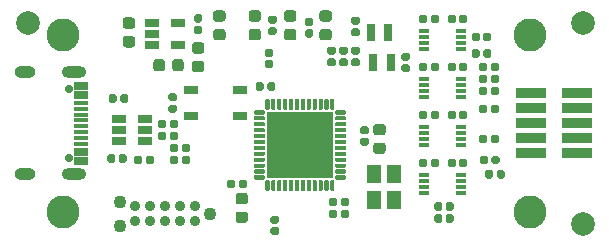
<source format=gbr>
%TF.GenerationSoftware,KiCad,Pcbnew,(5.1.6-rc1)*%
%TF.CreationDate,2020-08-04T22:03:53+02:00*%
%TF.ProjectId,bmp22,626d7032-322e-46b6-9963-61645f706362,rev?*%
%TF.SameCoordinates,Original*%
%TF.FileFunction,Soldermask,Top*%
%TF.FilePolarity,Negative*%
%FSLAX46Y46*%
G04 Gerber Fmt 4.6, Leading zero omitted, Abs format (unit mm)*
G04 Created by KiCad (PCBNEW (5.1.6-rc1)) date 2020-08-04 22:03:53*
%MOMM*%
%LPD*%
G01*
G04 APERTURE LIST*
%ADD10C,2.800000*%
%ADD11C,2.000000*%
%ADD12R,1.150000X0.750000*%
%ADD13R,1.300000X1.500000*%
%ADD14R,5.700000X5.700000*%
%ADD15R,1.160000X0.750000*%
%ADD16R,0.850000X0.350000*%
%ADD17R,0.800000X0.500000*%
%ADD18C,0.887400*%
%ADD19C,1.090600*%
%ADD20R,1.260000X0.700000*%
%ADD21C,0.700000*%
%ADD22R,1.260000X0.400000*%
%ADD23O,1.800000X1.000000*%
%ADD24O,2.100000X1.000000*%
%ADD25R,2.500000X0.840000*%
G04 APERTURE END LIST*
D10*
%TO.C,H4*%
X164000000Y-122500000D03*
%TD*%
%TO.C,H3*%
X164000000Y-137500000D03*
%TD*%
%TO.C,H2*%
X124500000Y-122500000D03*
%TD*%
%TO.C,H1*%
X124500000Y-137500000D03*
%TD*%
D11*
%TO.C,FID3*%
X168500000Y-121500000D03*
%TD*%
%TO.C,FID2*%
X168500000Y-138500000D03*
%TD*%
%TO.C,FID1*%
X121500000Y-121500000D03*
%TD*%
D12*
%TO.C,SW301*%
X135339000Y-127195000D03*
X139489000Y-127195000D03*
X135339000Y-129345000D03*
X139489000Y-129345000D03*
%TD*%
D13*
%TO.C,Y301*%
X150788000Y-136482000D03*
X150788000Y-134282000D03*
X152488000Y-134282000D03*
X152488000Y-136482000D03*
%TD*%
D14*
%TO.C,U302*%
X144526000Y-131826000D03*
G36*
G01*
X147451000Y-134863500D02*
X147451000Y-135663500D01*
G75*
G02*
X147363500Y-135751000I-87500J0D01*
G01*
X147188500Y-135751000D01*
G75*
G02*
X147101000Y-135663500I0J87500D01*
G01*
X147101000Y-134863500D01*
G75*
G02*
X147188500Y-134776000I87500J0D01*
G01*
X147363500Y-134776000D01*
G75*
G02*
X147451000Y-134863500I0J-87500D01*
G01*
G37*
G36*
G01*
X146951000Y-134863500D02*
X146951000Y-135663500D01*
G75*
G02*
X146863500Y-135751000I-87500J0D01*
G01*
X146688500Y-135751000D01*
G75*
G02*
X146601000Y-135663500I0J87500D01*
G01*
X146601000Y-134863500D01*
G75*
G02*
X146688500Y-134776000I87500J0D01*
G01*
X146863500Y-134776000D01*
G75*
G02*
X146951000Y-134863500I0J-87500D01*
G01*
G37*
G36*
G01*
X146451000Y-134863500D02*
X146451000Y-135663500D01*
G75*
G02*
X146363500Y-135751000I-87500J0D01*
G01*
X146188500Y-135751000D01*
G75*
G02*
X146101000Y-135663500I0J87500D01*
G01*
X146101000Y-134863500D01*
G75*
G02*
X146188500Y-134776000I87500J0D01*
G01*
X146363500Y-134776000D01*
G75*
G02*
X146451000Y-134863500I0J-87500D01*
G01*
G37*
G36*
G01*
X145951000Y-134863500D02*
X145951000Y-135663500D01*
G75*
G02*
X145863500Y-135751000I-87500J0D01*
G01*
X145688500Y-135751000D01*
G75*
G02*
X145601000Y-135663500I0J87500D01*
G01*
X145601000Y-134863500D01*
G75*
G02*
X145688500Y-134776000I87500J0D01*
G01*
X145863500Y-134776000D01*
G75*
G02*
X145951000Y-134863500I0J-87500D01*
G01*
G37*
G36*
G01*
X145451000Y-134863500D02*
X145451000Y-135663500D01*
G75*
G02*
X145363500Y-135751000I-87500J0D01*
G01*
X145188500Y-135751000D01*
G75*
G02*
X145101000Y-135663500I0J87500D01*
G01*
X145101000Y-134863500D01*
G75*
G02*
X145188500Y-134776000I87500J0D01*
G01*
X145363500Y-134776000D01*
G75*
G02*
X145451000Y-134863500I0J-87500D01*
G01*
G37*
G36*
G01*
X144951000Y-134863500D02*
X144951000Y-135663500D01*
G75*
G02*
X144863500Y-135751000I-87500J0D01*
G01*
X144688500Y-135751000D01*
G75*
G02*
X144601000Y-135663500I0J87500D01*
G01*
X144601000Y-134863500D01*
G75*
G02*
X144688500Y-134776000I87500J0D01*
G01*
X144863500Y-134776000D01*
G75*
G02*
X144951000Y-134863500I0J-87500D01*
G01*
G37*
G36*
G01*
X144451000Y-134863500D02*
X144451000Y-135663500D01*
G75*
G02*
X144363500Y-135751000I-87500J0D01*
G01*
X144188500Y-135751000D01*
G75*
G02*
X144101000Y-135663500I0J87500D01*
G01*
X144101000Y-134863500D01*
G75*
G02*
X144188500Y-134776000I87500J0D01*
G01*
X144363500Y-134776000D01*
G75*
G02*
X144451000Y-134863500I0J-87500D01*
G01*
G37*
G36*
G01*
X143951000Y-134863500D02*
X143951000Y-135663500D01*
G75*
G02*
X143863500Y-135751000I-87500J0D01*
G01*
X143688500Y-135751000D01*
G75*
G02*
X143601000Y-135663500I0J87500D01*
G01*
X143601000Y-134863500D01*
G75*
G02*
X143688500Y-134776000I87500J0D01*
G01*
X143863500Y-134776000D01*
G75*
G02*
X143951000Y-134863500I0J-87500D01*
G01*
G37*
G36*
G01*
X143451000Y-134863500D02*
X143451000Y-135663500D01*
G75*
G02*
X143363500Y-135751000I-87500J0D01*
G01*
X143188500Y-135751000D01*
G75*
G02*
X143101000Y-135663500I0J87500D01*
G01*
X143101000Y-134863500D01*
G75*
G02*
X143188500Y-134776000I87500J0D01*
G01*
X143363500Y-134776000D01*
G75*
G02*
X143451000Y-134863500I0J-87500D01*
G01*
G37*
G36*
G01*
X142951000Y-134863500D02*
X142951000Y-135663500D01*
G75*
G02*
X142863500Y-135751000I-87500J0D01*
G01*
X142688500Y-135751000D01*
G75*
G02*
X142601000Y-135663500I0J87500D01*
G01*
X142601000Y-134863500D01*
G75*
G02*
X142688500Y-134776000I87500J0D01*
G01*
X142863500Y-134776000D01*
G75*
G02*
X142951000Y-134863500I0J-87500D01*
G01*
G37*
G36*
G01*
X142451000Y-134863500D02*
X142451000Y-135663500D01*
G75*
G02*
X142363500Y-135751000I-87500J0D01*
G01*
X142188500Y-135751000D01*
G75*
G02*
X142101000Y-135663500I0J87500D01*
G01*
X142101000Y-134863500D01*
G75*
G02*
X142188500Y-134776000I87500J0D01*
G01*
X142363500Y-134776000D01*
G75*
G02*
X142451000Y-134863500I0J-87500D01*
G01*
G37*
G36*
G01*
X141951000Y-134863500D02*
X141951000Y-135663500D01*
G75*
G02*
X141863500Y-135751000I-87500J0D01*
G01*
X141688500Y-135751000D01*
G75*
G02*
X141601000Y-135663500I0J87500D01*
G01*
X141601000Y-134863500D01*
G75*
G02*
X141688500Y-134776000I87500J0D01*
G01*
X141863500Y-134776000D01*
G75*
G02*
X141951000Y-134863500I0J-87500D01*
G01*
G37*
G36*
G01*
X141576000Y-134488500D02*
X141576000Y-134663500D01*
G75*
G02*
X141488500Y-134751000I-87500J0D01*
G01*
X140688500Y-134751000D01*
G75*
G02*
X140601000Y-134663500I0J87500D01*
G01*
X140601000Y-134488500D01*
G75*
G02*
X140688500Y-134401000I87500J0D01*
G01*
X141488500Y-134401000D01*
G75*
G02*
X141576000Y-134488500I0J-87500D01*
G01*
G37*
G36*
G01*
X141576000Y-133988500D02*
X141576000Y-134163500D01*
G75*
G02*
X141488500Y-134251000I-87500J0D01*
G01*
X140688500Y-134251000D01*
G75*
G02*
X140601000Y-134163500I0J87500D01*
G01*
X140601000Y-133988500D01*
G75*
G02*
X140688500Y-133901000I87500J0D01*
G01*
X141488500Y-133901000D01*
G75*
G02*
X141576000Y-133988500I0J-87500D01*
G01*
G37*
G36*
G01*
X141576000Y-133488500D02*
X141576000Y-133663500D01*
G75*
G02*
X141488500Y-133751000I-87500J0D01*
G01*
X140688500Y-133751000D01*
G75*
G02*
X140601000Y-133663500I0J87500D01*
G01*
X140601000Y-133488500D01*
G75*
G02*
X140688500Y-133401000I87500J0D01*
G01*
X141488500Y-133401000D01*
G75*
G02*
X141576000Y-133488500I0J-87500D01*
G01*
G37*
G36*
G01*
X141576000Y-132988500D02*
X141576000Y-133163500D01*
G75*
G02*
X141488500Y-133251000I-87500J0D01*
G01*
X140688500Y-133251000D01*
G75*
G02*
X140601000Y-133163500I0J87500D01*
G01*
X140601000Y-132988500D01*
G75*
G02*
X140688500Y-132901000I87500J0D01*
G01*
X141488500Y-132901000D01*
G75*
G02*
X141576000Y-132988500I0J-87500D01*
G01*
G37*
G36*
G01*
X141576000Y-132488500D02*
X141576000Y-132663500D01*
G75*
G02*
X141488500Y-132751000I-87500J0D01*
G01*
X140688500Y-132751000D01*
G75*
G02*
X140601000Y-132663500I0J87500D01*
G01*
X140601000Y-132488500D01*
G75*
G02*
X140688500Y-132401000I87500J0D01*
G01*
X141488500Y-132401000D01*
G75*
G02*
X141576000Y-132488500I0J-87500D01*
G01*
G37*
G36*
G01*
X141576000Y-131988500D02*
X141576000Y-132163500D01*
G75*
G02*
X141488500Y-132251000I-87500J0D01*
G01*
X140688500Y-132251000D01*
G75*
G02*
X140601000Y-132163500I0J87500D01*
G01*
X140601000Y-131988500D01*
G75*
G02*
X140688500Y-131901000I87500J0D01*
G01*
X141488500Y-131901000D01*
G75*
G02*
X141576000Y-131988500I0J-87500D01*
G01*
G37*
G36*
G01*
X141576000Y-131488500D02*
X141576000Y-131663500D01*
G75*
G02*
X141488500Y-131751000I-87500J0D01*
G01*
X140688500Y-131751000D01*
G75*
G02*
X140601000Y-131663500I0J87500D01*
G01*
X140601000Y-131488500D01*
G75*
G02*
X140688500Y-131401000I87500J0D01*
G01*
X141488500Y-131401000D01*
G75*
G02*
X141576000Y-131488500I0J-87500D01*
G01*
G37*
G36*
G01*
X141576000Y-130988500D02*
X141576000Y-131163500D01*
G75*
G02*
X141488500Y-131251000I-87500J0D01*
G01*
X140688500Y-131251000D01*
G75*
G02*
X140601000Y-131163500I0J87500D01*
G01*
X140601000Y-130988500D01*
G75*
G02*
X140688500Y-130901000I87500J0D01*
G01*
X141488500Y-130901000D01*
G75*
G02*
X141576000Y-130988500I0J-87500D01*
G01*
G37*
G36*
G01*
X141576000Y-130488500D02*
X141576000Y-130663500D01*
G75*
G02*
X141488500Y-130751000I-87500J0D01*
G01*
X140688500Y-130751000D01*
G75*
G02*
X140601000Y-130663500I0J87500D01*
G01*
X140601000Y-130488500D01*
G75*
G02*
X140688500Y-130401000I87500J0D01*
G01*
X141488500Y-130401000D01*
G75*
G02*
X141576000Y-130488500I0J-87500D01*
G01*
G37*
G36*
G01*
X141576000Y-129988500D02*
X141576000Y-130163500D01*
G75*
G02*
X141488500Y-130251000I-87500J0D01*
G01*
X140688500Y-130251000D01*
G75*
G02*
X140601000Y-130163500I0J87500D01*
G01*
X140601000Y-129988500D01*
G75*
G02*
X140688500Y-129901000I87500J0D01*
G01*
X141488500Y-129901000D01*
G75*
G02*
X141576000Y-129988500I0J-87500D01*
G01*
G37*
G36*
G01*
X141576000Y-129488500D02*
X141576000Y-129663500D01*
G75*
G02*
X141488500Y-129751000I-87500J0D01*
G01*
X140688500Y-129751000D01*
G75*
G02*
X140601000Y-129663500I0J87500D01*
G01*
X140601000Y-129488500D01*
G75*
G02*
X140688500Y-129401000I87500J0D01*
G01*
X141488500Y-129401000D01*
G75*
G02*
X141576000Y-129488500I0J-87500D01*
G01*
G37*
G36*
G01*
X141576000Y-128988500D02*
X141576000Y-129163500D01*
G75*
G02*
X141488500Y-129251000I-87500J0D01*
G01*
X140688500Y-129251000D01*
G75*
G02*
X140601000Y-129163500I0J87500D01*
G01*
X140601000Y-128988500D01*
G75*
G02*
X140688500Y-128901000I87500J0D01*
G01*
X141488500Y-128901000D01*
G75*
G02*
X141576000Y-128988500I0J-87500D01*
G01*
G37*
G36*
G01*
X141951000Y-127988500D02*
X141951000Y-128788500D01*
G75*
G02*
X141863500Y-128876000I-87500J0D01*
G01*
X141688500Y-128876000D01*
G75*
G02*
X141601000Y-128788500I0J87500D01*
G01*
X141601000Y-127988500D01*
G75*
G02*
X141688500Y-127901000I87500J0D01*
G01*
X141863500Y-127901000D01*
G75*
G02*
X141951000Y-127988500I0J-87500D01*
G01*
G37*
G36*
G01*
X142451000Y-127988500D02*
X142451000Y-128788500D01*
G75*
G02*
X142363500Y-128876000I-87500J0D01*
G01*
X142188500Y-128876000D01*
G75*
G02*
X142101000Y-128788500I0J87500D01*
G01*
X142101000Y-127988500D01*
G75*
G02*
X142188500Y-127901000I87500J0D01*
G01*
X142363500Y-127901000D01*
G75*
G02*
X142451000Y-127988500I0J-87500D01*
G01*
G37*
G36*
G01*
X142951000Y-127988500D02*
X142951000Y-128788500D01*
G75*
G02*
X142863500Y-128876000I-87500J0D01*
G01*
X142688500Y-128876000D01*
G75*
G02*
X142601000Y-128788500I0J87500D01*
G01*
X142601000Y-127988500D01*
G75*
G02*
X142688500Y-127901000I87500J0D01*
G01*
X142863500Y-127901000D01*
G75*
G02*
X142951000Y-127988500I0J-87500D01*
G01*
G37*
G36*
G01*
X143451000Y-127988500D02*
X143451000Y-128788500D01*
G75*
G02*
X143363500Y-128876000I-87500J0D01*
G01*
X143188500Y-128876000D01*
G75*
G02*
X143101000Y-128788500I0J87500D01*
G01*
X143101000Y-127988500D01*
G75*
G02*
X143188500Y-127901000I87500J0D01*
G01*
X143363500Y-127901000D01*
G75*
G02*
X143451000Y-127988500I0J-87500D01*
G01*
G37*
G36*
G01*
X143951000Y-127988500D02*
X143951000Y-128788500D01*
G75*
G02*
X143863500Y-128876000I-87500J0D01*
G01*
X143688500Y-128876000D01*
G75*
G02*
X143601000Y-128788500I0J87500D01*
G01*
X143601000Y-127988500D01*
G75*
G02*
X143688500Y-127901000I87500J0D01*
G01*
X143863500Y-127901000D01*
G75*
G02*
X143951000Y-127988500I0J-87500D01*
G01*
G37*
G36*
G01*
X144451000Y-127988500D02*
X144451000Y-128788500D01*
G75*
G02*
X144363500Y-128876000I-87500J0D01*
G01*
X144188500Y-128876000D01*
G75*
G02*
X144101000Y-128788500I0J87500D01*
G01*
X144101000Y-127988500D01*
G75*
G02*
X144188500Y-127901000I87500J0D01*
G01*
X144363500Y-127901000D01*
G75*
G02*
X144451000Y-127988500I0J-87500D01*
G01*
G37*
G36*
G01*
X144951000Y-127988500D02*
X144951000Y-128788500D01*
G75*
G02*
X144863500Y-128876000I-87500J0D01*
G01*
X144688500Y-128876000D01*
G75*
G02*
X144601000Y-128788500I0J87500D01*
G01*
X144601000Y-127988500D01*
G75*
G02*
X144688500Y-127901000I87500J0D01*
G01*
X144863500Y-127901000D01*
G75*
G02*
X144951000Y-127988500I0J-87500D01*
G01*
G37*
G36*
G01*
X145451000Y-127988500D02*
X145451000Y-128788500D01*
G75*
G02*
X145363500Y-128876000I-87500J0D01*
G01*
X145188500Y-128876000D01*
G75*
G02*
X145101000Y-128788500I0J87500D01*
G01*
X145101000Y-127988500D01*
G75*
G02*
X145188500Y-127901000I87500J0D01*
G01*
X145363500Y-127901000D01*
G75*
G02*
X145451000Y-127988500I0J-87500D01*
G01*
G37*
G36*
G01*
X145951000Y-127988500D02*
X145951000Y-128788500D01*
G75*
G02*
X145863500Y-128876000I-87500J0D01*
G01*
X145688500Y-128876000D01*
G75*
G02*
X145601000Y-128788500I0J87500D01*
G01*
X145601000Y-127988500D01*
G75*
G02*
X145688500Y-127901000I87500J0D01*
G01*
X145863500Y-127901000D01*
G75*
G02*
X145951000Y-127988500I0J-87500D01*
G01*
G37*
G36*
G01*
X146451000Y-127988500D02*
X146451000Y-128788500D01*
G75*
G02*
X146363500Y-128876000I-87500J0D01*
G01*
X146188500Y-128876000D01*
G75*
G02*
X146101000Y-128788500I0J87500D01*
G01*
X146101000Y-127988500D01*
G75*
G02*
X146188500Y-127901000I87500J0D01*
G01*
X146363500Y-127901000D01*
G75*
G02*
X146451000Y-127988500I0J-87500D01*
G01*
G37*
G36*
G01*
X146951000Y-127988500D02*
X146951000Y-128788500D01*
G75*
G02*
X146863500Y-128876000I-87500J0D01*
G01*
X146688500Y-128876000D01*
G75*
G02*
X146601000Y-128788500I0J87500D01*
G01*
X146601000Y-127988500D01*
G75*
G02*
X146688500Y-127901000I87500J0D01*
G01*
X146863500Y-127901000D01*
G75*
G02*
X146951000Y-127988500I0J-87500D01*
G01*
G37*
G36*
G01*
X147451000Y-127988500D02*
X147451000Y-128788500D01*
G75*
G02*
X147363500Y-128876000I-87500J0D01*
G01*
X147188500Y-128876000D01*
G75*
G02*
X147101000Y-128788500I0J87500D01*
G01*
X147101000Y-127988500D01*
G75*
G02*
X147188500Y-127901000I87500J0D01*
G01*
X147363500Y-127901000D01*
G75*
G02*
X147451000Y-127988500I0J-87500D01*
G01*
G37*
G36*
G01*
X148451000Y-128988500D02*
X148451000Y-129163500D01*
G75*
G02*
X148363500Y-129251000I-87500J0D01*
G01*
X147563500Y-129251000D01*
G75*
G02*
X147476000Y-129163500I0J87500D01*
G01*
X147476000Y-128988500D01*
G75*
G02*
X147563500Y-128901000I87500J0D01*
G01*
X148363500Y-128901000D01*
G75*
G02*
X148451000Y-128988500I0J-87500D01*
G01*
G37*
G36*
G01*
X148451000Y-129488500D02*
X148451000Y-129663500D01*
G75*
G02*
X148363500Y-129751000I-87500J0D01*
G01*
X147563500Y-129751000D01*
G75*
G02*
X147476000Y-129663500I0J87500D01*
G01*
X147476000Y-129488500D01*
G75*
G02*
X147563500Y-129401000I87500J0D01*
G01*
X148363500Y-129401000D01*
G75*
G02*
X148451000Y-129488500I0J-87500D01*
G01*
G37*
G36*
G01*
X148451000Y-129988500D02*
X148451000Y-130163500D01*
G75*
G02*
X148363500Y-130251000I-87500J0D01*
G01*
X147563500Y-130251000D01*
G75*
G02*
X147476000Y-130163500I0J87500D01*
G01*
X147476000Y-129988500D01*
G75*
G02*
X147563500Y-129901000I87500J0D01*
G01*
X148363500Y-129901000D01*
G75*
G02*
X148451000Y-129988500I0J-87500D01*
G01*
G37*
G36*
G01*
X148451000Y-130488500D02*
X148451000Y-130663500D01*
G75*
G02*
X148363500Y-130751000I-87500J0D01*
G01*
X147563500Y-130751000D01*
G75*
G02*
X147476000Y-130663500I0J87500D01*
G01*
X147476000Y-130488500D01*
G75*
G02*
X147563500Y-130401000I87500J0D01*
G01*
X148363500Y-130401000D01*
G75*
G02*
X148451000Y-130488500I0J-87500D01*
G01*
G37*
G36*
G01*
X148451000Y-130988500D02*
X148451000Y-131163500D01*
G75*
G02*
X148363500Y-131251000I-87500J0D01*
G01*
X147563500Y-131251000D01*
G75*
G02*
X147476000Y-131163500I0J87500D01*
G01*
X147476000Y-130988500D01*
G75*
G02*
X147563500Y-130901000I87500J0D01*
G01*
X148363500Y-130901000D01*
G75*
G02*
X148451000Y-130988500I0J-87500D01*
G01*
G37*
G36*
G01*
X148451000Y-131488500D02*
X148451000Y-131663500D01*
G75*
G02*
X148363500Y-131751000I-87500J0D01*
G01*
X147563500Y-131751000D01*
G75*
G02*
X147476000Y-131663500I0J87500D01*
G01*
X147476000Y-131488500D01*
G75*
G02*
X147563500Y-131401000I87500J0D01*
G01*
X148363500Y-131401000D01*
G75*
G02*
X148451000Y-131488500I0J-87500D01*
G01*
G37*
G36*
G01*
X148451000Y-131988500D02*
X148451000Y-132163500D01*
G75*
G02*
X148363500Y-132251000I-87500J0D01*
G01*
X147563500Y-132251000D01*
G75*
G02*
X147476000Y-132163500I0J87500D01*
G01*
X147476000Y-131988500D01*
G75*
G02*
X147563500Y-131901000I87500J0D01*
G01*
X148363500Y-131901000D01*
G75*
G02*
X148451000Y-131988500I0J-87500D01*
G01*
G37*
G36*
G01*
X148451000Y-132488500D02*
X148451000Y-132663500D01*
G75*
G02*
X148363500Y-132751000I-87500J0D01*
G01*
X147563500Y-132751000D01*
G75*
G02*
X147476000Y-132663500I0J87500D01*
G01*
X147476000Y-132488500D01*
G75*
G02*
X147563500Y-132401000I87500J0D01*
G01*
X148363500Y-132401000D01*
G75*
G02*
X148451000Y-132488500I0J-87500D01*
G01*
G37*
G36*
G01*
X148451000Y-132988500D02*
X148451000Y-133163500D01*
G75*
G02*
X148363500Y-133251000I-87500J0D01*
G01*
X147563500Y-133251000D01*
G75*
G02*
X147476000Y-133163500I0J87500D01*
G01*
X147476000Y-132988500D01*
G75*
G02*
X147563500Y-132901000I87500J0D01*
G01*
X148363500Y-132901000D01*
G75*
G02*
X148451000Y-132988500I0J-87500D01*
G01*
G37*
G36*
G01*
X148451000Y-133488500D02*
X148451000Y-133663500D01*
G75*
G02*
X148363500Y-133751000I-87500J0D01*
G01*
X147563500Y-133751000D01*
G75*
G02*
X147476000Y-133663500I0J87500D01*
G01*
X147476000Y-133488500D01*
G75*
G02*
X147563500Y-133401000I87500J0D01*
G01*
X148363500Y-133401000D01*
G75*
G02*
X148451000Y-133488500I0J-87500D01*
G01*
G37*
G36*
G01*
X148451000Y-133988500D02*
X148451000Y-134163500D01*
G75*
G02*
X148363500Y-134251000I-87500J0D01*
G01*
X147563500Y-134251000D01*
G75*
G02*
X147476000Y-134163500I0J87500D01*
G01*
X147476000Y-133988500D01*
G75*
G02*
X147563500Y-133901000I87500J0D01*
G01*
X148363500Y-133901000D01*
G75*
G02*
X148451000Y-133988500I0J-87500D01*
G01*
G37*
G36*
G01*
X148451000Y-134488500D02*
X148451000Y-134663500D01*
G75*
G02*
X148363500Y-134751000I-87500J0D01*
G01*
X147563500Y-134751000D01*
G75*
G02*
X147476000Y-134663500I0J87500D01*
G01*
X147476000Y-134488500D01*
G75*
G02*
X147563500Y-134401000I87500J0D01*
G01*
X148363500Y-134401000D01*
G75*
G02*
X148451000Y-134488500I0J-87500D01*
G01*
G37*
%TD*%
D15*
%TO.C,U301*%
X129202000Y-130556000D03*
X129202000Y-131506000D03*
X129202000Y-129606000D03*
X131402000Y-129606000D03*
X131402000Y-130556000D03*
X131402000Y-131506000D03*
%TD*%
D16*
%TO.C,U204*%
X158141000Y-130314000D03*
X158141000Y-130814000D03*
X158141000Y-131314000D03*
X158141000Y-131814000D03*
X155041000Y-131814000D03*
X155041000Y-131314000D03*
X155041000Y-130814000D03*
X155041000Y-130314000D03*
%TD*%
%TO.C,U203*%
X158141000Y-134378000D03*
X158141000Y-134878000D03*
X158141000Y-135378000D03*
X158141000Y-135878000D03*
X155041000Y-135878000D03*
X155041000Y-135378000D03*
X155041000Y-134878000D03*
X155041000Y-134378000D03*
%TD*%
%TO.C,U202*%
X158141000Y-126250000D03*
X158141000Y-126750000D03*
X158141000Y-127250000D03*
X158141000Y-127750000D03*
X155041000Y-127750000D03*
X155041000Y-127250000D03*
X155041000Y-126750000D03*
X155041000Y-126250000D03*
%TD*%
%TO.C,U201*%
X158141000Y-122186000D03*
X158141000Y-122686000D03*
X158141000Y-123186000D03*
X158141000Y-123686000D03*
X155041000Y-123686000D03*
X155041000Y-123186000D03*
X155041000Y-122686000D03*
X155041000Y-122186000D03*
%TD*%
D15*
%TO.C,U101*%
X134196000Y-121478000D03*
X134196000Y-123378000D03*
X131996000Y-123378000D03*
X131996000Y-122428000D03*
X131996000Y-121478000D03*
%TD*%
%TO.C,R314*%
G36*
G01*
X142097500Y-124360000D02*
X141702500Y-124360000D01*
G75*
G02*
X141530000Y-124187500I0J172500D01*
G01*
X141530000Y-123842500D01*
G75*
G02*
X141702500Y-123670000I172500J0D01*
G01*
X142097500Y-123670000D01*
G75*
G02*
X142270000Y-123842500I0J-172500D01*
G01*
X142270000Y-124187500D01*
G75*
G02*
X142097500Y-124360000I-172500J0D01*
G01*
G37*
G36*
G01*
X142097500Y-125330000D02*
X141702500Y-125330000D01*
G75*
G02*
X141530000Y-125157500I0J172500D01*
G01*
X141530000Y-124812500D01*
G75*
G02*
X141702500Y-124640000I172500J0D01*
G01*
X142097500Y-124640000D01*
G75*
G02*
X142270000Y-124812500I0J-172500D01*
G01*
X142270000Y-125157500D01*
G75*
G02*
X142097500Y-125330000I-172500J0D01*
G01*
G37*
%TD*%
%TO.C,R313*%
G36*
G01*
X142397500Y-121560000D02*
X142002500Y-121560000D01*
G75*
G02*
X141830000Y-121387500I0J172500D01*
G01*
X141830000Y-121042500D01*
G75*
G02*
X142002500Y-120870000I172500J0D01*
G01*
X142397500Y-120870000D01*
G75*
G02*
X142570000Y-121042500I0J-172500D01*
G01*
X142570000Y-121387500D01*
G75*
G02*
X142397500Y-121560000I-172500J0D01*
G01*
G37*
G36*
G01*
X142397500Y-122530000D02*
X142002500Y-122530000D01*
G75*
G02*
X141830000Y-122357500I0J172500D01*
G01*
X141830000Y-122012500D01*
G75*
G02*
X142002500Y-121840000I172500J0D01*
G01*
X142397500Y-121840000D01*
G75*
G02*
X142570000Y-122012500I0J-172500D01*
G01*
X142570000Y-122357500D01*
G75*
G02*
X142397500Y-122530000I-172500J0D01*
G01*
G37*
%TD*%
%TO.C,R312*%
G36*
G01*
X145497500Y-121760000D02*
X145102500Y-121760000D01*
G75*
G02*
X144930000Y-121587500I0J172500D01*
G01*
X144930000Y-121242500D01*
G75*
G02*
X145102500Y-121070000I172500J0D01*
G01*
X145497500Y-121070000D01*
G75*
G02*
X145670000Y-121242500I0J-172500D01*
G01*
X145670000Y-121587500D01*
G75*
G02*
X145497500Y-121760000I-172500J0D01*
G01*
G37*
G36*
G01*
X145497500Y-122730000D02*
X145102500Y-122730000D01*
G75*
G02*
X144930000Y-122557500I0J172500D01*
G01*
X144930000Y-122212500D01*
G75*
G02*
X145102500Y-122040000I172500J0D01*
G01*
X145497500Y-122040000D01*
G75*
G02*
X145670000Y-122212500I0J-172500D01*
G01*
X145670000Y-122557500D01*
G75*
G02*
X145497500Y-122730000I-172500J0D01*
G01*
G37*
%TD*%
%TO.C,R311*%
G36*
G01*
X136097500Y-121460000D02*
X135702500Y-121460000D01*
G75*
G02*
X135530000Y-121287500I0J172500D01*
G01*
X135530000Y-120942500D01*
G75*
G02*
X135702500Y-120770000I172500J0D01*
G01*
X136097500Y-120770000D01*
G75*
G02*
X136270000Y-120942500I0J-172500D01*
G01*
X136270000Y-121287500D01*
G75*
G02*
X136097500Y-121460000I-172500J0D01*
G01*
G37*
G36*
G01*
X136097500Y-122430000D02*
X135702500Y-122430000D01*
G75*
G02*
X135530000Y-122257500I0J172500D01*
G01*
X135530000Y-121912500D01*
G75*
G02*
X135702500Y-121740000I172500J0D01*
G01*
X136097500Y-121740000D01*
G75*
G02*
X136270000Y-121912500I0J-172500D01*
G01*
X136270000Y-122257500D01*
G75*
G02*
X136097500Y-122430000I-172500J0D01*
G01*
G37*
%TD*%
%TO.C,R310*%
G36*
G01*
X133558900Y-128410000D02*
X133953900Y-128410000D01*
G75*
G02*
X134126400Y-128582500I0J-172500D01*
G01*
X134126400Y-128927500D01*
G75*
G02*
X133953900Y-129100000I-172500J0D01*
G01*
X133558900Y-129100000D01*
G75*
G02*
X133386400Y-128927500I0J172500D01*
G01*
X133386400Y-128582500D01*
G75*
G02*
X133558900Y-128410000I172500J0D01*
G01*
G37*
G36*
G01*
X133558900Y-127440000D02*
X133953900Y-127440000D01*
G75*
G02*
X134126400Y-127612500I0J-172500D01*
G01*
X134126400Y-127957500D01*
G75*
G02*
X133953900Y-128130000I-172500J0D01*
G01*
X133558900Y-128130000D01*
G75*
G02*
X133386400Y-127957500I0J172500D01*
G01*
X133386400Y-127612500D01*
G75*
G02*
X133558900Y-127440000I172500J0D01*
G01*
G37*
%TD*%
%TO.C,R309*%
G36*
G01*
X134506000Y-132277500D02*
X134506000Y-131882500D01*
G75*
G02*
X134678500Y-131710000I172500J0D01*
G01*
X135023500Y-131710000D01*
G75*
G02*
X135196000Y-131882500I0J-172500D01*
G01*
X135196000Y-132277500D01*
G75*
G02*
X135023500Y-132450000I-172500J0D01*
G01*
X134678500Y-132450000D01*
G75*
G02*
X134506000Y-132277500I0J172500D01*
G01*
G37*
G36*
G01*
X133536000Y-132277500D02*
X133536000Y-131882500D01*
G75*
G02*
X133708500Y-131710000I172500J0D01*
G01*
X134053500Y-131710000D01*
G75*
G02*
X134226000Y-131882500I0J-172500D01*
G01*
X134226000Y-132277500D01*
G75*
G02*
X134053500Y-132450000I-172500J0D01*
G01*
X133708500Y-132450000D01*
G75*
G02*
X133536000Y-132277500I0J172500D01*
G01*
G37*
%TD*%
%TO.C,R308*%
G36*
G01*
X134506000Y-133293500D02*
X134506000Y-132898500D01*
G75*
G02*
X134678500Y-132726000I172500J0D01*
G01*
X135023500Y-132726000D01*
G75*
G02*
X135196000Y-132898500I0J-172500D01*
G01*
X135196000Y-133293500D01*
G75*
G02*
X135023500Y-133466000I-172500J0D01*
G01*
X134678500Y-133466000D01*
G75*
G02*
X134506000Y-133293500I0J172500D01*
G01*
G37*
G36*
G01*
X133536000Y-133293500D02*
X133536000Y-132898500D01*
G75*
G02*
X133708500Y-132726000I172500J0D01*
G01*
X134053500Y-132726000D01*
G75*
G02*
X134226000Y-132898500I0J-172500D01*
G01*
X134226000Y-133293500D01*
G75*
G02*
X134053500Y-133466000I-172500J0D01*
G01*
X133708500Y-133466000D01*
G75*
G02*
X133536000Y-133293500I0J172500D01*
G01*
G37*
%TD*%
%TO.C,R307*%
G36*
G01*
X129299000Y-128086500D02*
X129299000Y-127691500D01*
G75*
G02*
X129471500Y-127519000I172500J0D01*
G01*
X129816500Y-127519000D01*
G75*
G02*
X129989000Y-127691500I0J-172500D01*
G01*
X129989000Y-128086500D01*
G75*
G02*
X129816500Y-128259000I-172500J0D01*
G01*
X129471500Y-128259000D01*
G75*
G02*
X129299000Y-128086500I0J172500D01*
G01*
G37*
G36*
G01*
X128329000Y-128086500D02*
X128329000Y-127691500D01*
G75*
G02*
X128501500Y-127519000I172500J0D01*
G01*
X128846500Y-127519000D01*
G75*
G02*
X129019000Y-127691500I0J-172500D01*
G01*
X129019000Y-128086500D01*
G75*
G02*
X128846500Y-128259000I-172500J0D01*
G01*
X128501500Y-128259000D01*
G75*
G02*
X128329000Y-128086500I0J172500D01*
G01*
G37*
%TD*%
%TO.C,R306*%
G36*
G01*
X129172000Y-133166500D02*
X129172000Y-132771500D01*
G75*
G02*
X129344500Y-132599000I172500J0D01*
G01*
X129689500Y-132599000D01*
G75*
G02*
X129862000Y-132771500I0J-172500D01*
G01*
X129862000Y-133166500D01*
G75*
G02*
X129689500Y-133339000I-172500J0D01*
G01*
X129344500Y-133339000D01*
G75*
G02*
X129172000Y-133166500I0J172500D01*
G01*
G37*
G36*
G01*
X128202000Y-133166500D02*
X128202000Y-132771500D01*
G75*
G02*
X128374500Y-132599000I172500J0D01*
G01*
X128719500Y-132599000D01*
G75*
G02*
X128892000Y-132771500I0J-172500D01*
G01*
X128892000Y-133166500D01*
G75*
G02*
X128719500Y-133339000I-172500J0D01*
G01*
X128374500Y-133339000D01*
G75*
G02*
X128202000Y-133166500I0J172500D01*
G01*
G37*
%TD*%
%TO.C,R305*%
G36*
G01*
X147390500Y-124193000D02*
X146995500Y-124193000D01*
G75*
G02*
X146823000Y-124020500I0J172500D01*
G01*
X146823000Y-123675500D01*
G75*
G02*
X146995500Y-123503000I172500J0D01*
G01*
X147390500Y-123503000D01*
G75*
G02*
X147563000Y-123675500I0J-172500D01*
G01*
X147563000Y-124020500D01*
G75*
G02*
X147390500Y-124193000I-172500J0D01*
G01*
G37*
G36*
G01*
X147390500Y-125163000D02*
X146995500Y-125163000D01*
G75*
G02*
X146823000Y-124990500I0J172500D01*
G01*
X146823000Y-124645500D01*
G75*
G02*
X146995500Y-124473000I172500J0D01*
G01*
X147390500Y-124473000D01*
G75*
G02*
X147563000Y-124645500I0J-172500D01*
G01*
X147563000Y-124990500D01*
G75*
G02*
X147390500Y-125163000I-172500J0D01*
G01*
G37*
%TD*%
%TO.C,R304*%
G36*
G01*
X149027500Y-124473000D02*
X149422500Y-124473000D01*
G75*
G02*
X149595000Y-124645500I0J-172500D01*
G01*
X149595000Y-124990500D01*
G75*
G02*
X149422500Y-125163000I-172500J0D01*
G01*
X149027500Y-125163000D01*
G75*
G02*
X148855000Y-124990500I0J172500D01*
G01*
X148855000Y-124645500D01*
G75*
G02*
X149027500Y-124473000I172500J0D01*
G01*
G37*
G36*
G01*
X149027500Y-123503000D02*
X149422500Y-123503000D01*
G75*
G02*
X149595000Y-123675500I0J-172500D01*
G01*
X149595000Y-124020500D01*
G75*
G02*
X149422500Y-124193000I-172500J0D01*
G01*
X149027500Y-124193000D01*
G75*
G02*
X148855000Y-124020500I0J172500D01*
G01*
X148855000Y-123675500D01*
G75*
G02*
X149027500Y-123503000I172500J0D01*
G01*
G37*
%TD*%
%TO.C,R303*%
G36*
G01*
X133210000Y-129850500D02*
X133210000Y-130245500D01*
G75*
G02*
X133037500Y-130418000I-172500J0D01*
G01*
X132692500Y-130418000D01*
G75*
G02*
X132520000Y-130245500I0J172500D01*
G01*
X132520000Y-129850500D01*
G75*
G02*
X132692500Y-129678000I172500J0D01*
G01*
X133037500Y-129678000D01*
G75*
G02*
X133210000Y-129850500I0J-172500D01*
G01*
G37*
G36*
G01*
X134180000Y-129850500D02*
X134180000Y-130245500D01*
G75*
G02*
X134007500Y-130418000I-172500J0D01*
G01*
X133662500Y-130418000D01*
G75*
G02*
X133490000Y-130245500I0J172500D01*
G01*
X133490000Y-129850500D01*
G75*
G02*
X133662500Y-129678000I172500J0D01*
G01*
X134007500Y-129678000D01*
G75*
G02*
X134180000Y-129850500I0J-172500D01*
G01*
G37*
%TD*%
%TO.C,R302*%
G36*
G01*
X131458000Y-133293500D02*
X131458000Y-132898500D01*
G75*
G02*
X131630500Y-132726000I172500J0D01*
G01*
X131975500Y-132726000D01*
G75*
G02*
X132148000Y-132898500I0J-172500D01*
G01*
X132148000Y-133293500D01*
G75*
G02*
X131975500Y-133466000I-172500J0D01*
G01*
X131630500Y-133466000D01*
G75*
G02*
X131458000Y-133293500I0J172500D01*
G01*
G37*
G36*
G01*
X130488000Y-133293500D02*
X130488000Y-132898500D01*
G75*
G02*
X130660500Y-132726000I172500J0D01*
G01*
X131005500Y-132726000D01*
G75*
G02*
X131178000Y-132898500I0J-172500D01*
G01*
X131178000Y-133293500D01*
G75*
G02*
X131005500Y-133466000I-172500J0D01*
G01*
X130660500Y-133466000D01*
G75*
G02*
X130488000Y-133293500I0J172500D01*
G01*
G37*
%TD*%
%TO.C,R301*%
G36*
G01*
X133210000Y-130866500D02*
X133210000Y-131261500D01*
G75*
G02*
X133037500Y-131434000I-172500J0D01*
G01*
X132692500Y-131434000D01*
G75*
G02*
X132520000Y-131261500I0J172500D01*
G01*
X132520000Y-130866500D01*
G75*
G02*
X132692500Y-130694000I172500J0D01*
G01*
X133037500Y-130694000D01*
G75*
G02*
X133210000Y-130866500I0J-172500D01*
G01*
G37*
G36*
G01*
X134180000Y-130866500D02*
X134180000Y-131261500D01*
G75*
G02*
X134007500Y-131434000I-172500J0D01*
G01*
X133662500Y-131434000D01*
G75*
G02*
X133490000Y-131261500I0J172500D01*
G01*
X133490000Y-130866500D01*
G75*
G02*
X133662500Y-130694000I172500J0D01*
G01*
X134007500Y-130694000D01*
G75*
G02*
X134180000Y-130866500I0J-172500D01*
G01*
G37*
%TD*%
%TO.C,R211*%
G36*
G01*
X153282000Y-124981000D02*
X153677000Y-124981000D01*
G75*
G02*
X153849500Y-125153500I0J-172500D01*
G01*
X153849500Y-125498500D01*
G75*
G02*
X153677000Y-125671000I-172500J0D01*
G01*
X153282000Y-125671000D01*
G75*
G02*
X153109500Y-125498500I0J172500D01*
G01*
X153109500Y-125153500D01*
G75*
G02*
X153282000Y-124981000I172500J0D01*
G01*
G37*
G36*
G01*
X153282000Y-124011000D02*
X153677000Y-124011000D01*
G75*
G02*
X153849500Y-124183500I0J-172500D01*
G01*
X153849500Y-124528500D01*
G75*
G02*
X153677000Y-124701000I-172500J0D01*
G01*
X153282000Y-124701000D01*
G75*
G02*
X153109500Y-124528500I0J172500D01*
G01*
X153109500Y-124183500D01*
G75*
G02*
X153282000Y-124011000I172500J0D01*
G01*
G37*
%TD*%
%TO.C,R210*%
G36*
G01*
X149027500Y-121933000D02*
X149422500Y-121933000D01*
G75*
G02*
X149595000Y-122105500I0J-172500D01*
G01*
X149595000Y-122450500D01*
G75*
G02*
X149422500Y-122623000I-172500J0D01*
G01*
X149027500Y-122623000D01*
G75*
G02*
X148855000Y-122450500I0J172500D01*
G01*
X148855000Y-122105500D01*
G75*
G02*
X149027500Y-121933000I172500J0D01*
G01*
G37*
G36*
G01*
X149027500Y-120963000D02*
X149422500Y-120963000D01*
G75*
G02*
X149595000Y-121135500I0J-172500D01*
G01*
X149595000Y-121480500D01*
G75*
G02*
X149422500Y-121653000I-172500J0D01*
G01*
X149027500Y-121653000D01*
G75*
G02*
X148855000Y-121480500I0J172500D01*
G01*
X148855000Y-121135500D01*
G75*
G02*
X149027500Y-120963000I172500J0D01*
G01*
G37*
%TD*%
%TO.C,R209*%
G36*
G01*
X160896000Y-134102500D02*
X160896000Y-134497500D01*
G75*
G02*
X160723500Y-134670000I-172500J0D01*
G01*
X160378500Y-134670000D01*
G75*
G02*
X160206000Y-134497500I0J172500D01*
G01*
X160206000Y-134102500D01*
G75*
G02*
X160378500Y-133930000I172500J0D01*
G01*
X160723500Y-133930000D01*
G75*
G02*
X160896000Y-134102500I0J-172500D01*
G01*
G37*
G36*
G01*
X161866000Y-134102500D02*
X161866000Y-134497500D01*
G75*
G02*
X161693500Y-134670000I-172500J0D01*
G01*
X161348500Y-134670000D01*
G75*
G02*
X161176000Y-134497500I0J172500D01*
G01*
X161176000Y-134102500D01*
G75*
G02*
X161348500Y-133930000I172500J0D01*
G01*
X161693500Y-133930000D01*
G75*
G02*
X161866000Y-134102500I0J-172500D01*
G01*
G37*
%TD*%
%TO.C,R208*%
G36*
G01*
X160388000Y-125024500D02*
X160388000Y-125419500D01*
G75*
G02*
X160215500Y-125592000I-172500J0D01*
G01*
X159870500Y-125592000D01*
G75*
G02*
X159698000Y-125419500I0J172500D01*
G01*
X159698000Y-125024500D01*
G75*
G02*
X159870500Y-124852000I172500J0D01*
G01*
X160215500Y-124852000D01*
G75*
G02*
X160388000Y-125024500I0J-172500D01*
G01*
G37*
G36*
G01*
X161358000Y-125024500D02*
X161358000Y-125419500D01*
G75*
G02*
X161185500Y-125592000I-172500J0D01*
G01*
X160840500Y-125592000D01*
G75*
G02*
X160668000Y-125419500I0J172500D01*
G01*
X160668000Y-125024500D01*
G75*
G02*
X160840500Y-124852000I172500J0D01*
G01*
X161185500Y-124852000D01*
G75*
G02*
X161358000Y-125024500I0J-172500D01*
G01*
G37*
%TD*%
%TO.C,R207*%
G36*
G01*
X159753000Y-122484500D02*
X159753000Y-122879500D01*
G75*
G02*
X159580500Y-123052000I-172500J0D01*
G01*
X159235500Y-123052000D01*
G75*
G02*
X159063000Y-122879500I0J172500D01*
G01*
X159063000Y-122484500D01*
G75*
G02*
X159235500Y-122312000I172500J0D01*
G01*
X159580500Y-122312000D01*
G75*
G02*
X159753000Y-122484500I0J-172500D01*
G01*
G37*
G36*
G01*
X160723000Y-122484500D02*
X160723000Y-122879500D01*
G75*
G02*
X160550500Y-123052000I-172500J0D01*
G01*
X160205500Y-123052000D01*
G75*
G02*
X160033000Y-122879500I0J172500D01*
G01*
X160033000Y-122484500D01*
G75*
G02*
X160205500Y-122312000I172500J0D01*
G01*
X160550500Y-122312000D01*
G75*
G02*
X160723000Y-122484500I0J-172500D01*
G01*
G37*
%TD*%
%TO.C,R206*%
G36*
G01*
X160388000Y-128580500D02*
X160388000Y-128975500D01*
G75*
G02*
X160215500Y-129148000I-172500J0D01*
G01*
X159870500Y-129148000D01*
G75*
G02*
X159698000Y-128975500I0J172500D01*
G01*
X159698000Y-128580500D01*
G75*
G02*
X159870500Y-128408000I172500J0D01*
G01*
X160215500Y-128408000D01*
G75*
G02*
X160388000Y-128580500I0J-172500D01*
G01*
G37*
G36*
G01*
X161358000Y-128580500D02*
X161358000Y-128975500D01*
G75*
G02*
X161185500Y-129148000I-172500J0D01*
G01*
X160840500Y-129148000D01*
G75*
G02*
X160668000Y-128975500I0J172500D01*
G01*
X160668000Y-128580500D01*
G75*
G02*
X160840500Y-128408000I172500J0D01*
G01*
X161185500Y-128408000D01*
G75*
G02*
X161358000Y-128580500I0J-172500D01*
G01*
G37*
%TD*%
%TO.C,R205*%
G36*
G01*
X156578000Y-137851500D02*
X156578000Y-138246500D01*
G75*
G02*
X156405500Y-138419000I-172500J0D01*
G01*
X156060500Y-138419000D01*
G75*
G02*
X155888000Y-138246500I0J172500D01*
G01*
X155888000Y-137851500D01*
G75*
G02*
X156060500Y-137679000I172500J0D01*
G01*
X156405500Y-137679000D01*
G75*
G02*
X156578000Y-137851500I0J-172500D01*
G01*
G37*
G36*
G01*
X157548000Y-137851500D02*
X157548000Y-138246500D01*
G75*
G02*
X157375500Y-138419000I-172500J0D01*
G01*
X157030500Y-138419000D01*
G75*
G02*
X156858000Y-138246500I0J172500D01*
G01*
X156858000Y-137851500D01*
G75*
G02*
X157030500Y-137679000I172500J0D01*
G01*
X157375500Y-137679000D01*
G75*
G02*
X157548000Y-137851500I0J-172500D01*
G01*
G37*
%TD*%
%TO.C,R204*%
G36*
G01*
X160460000Y-132898500D02*
X160460000Y-133293500D01*
G75*
G02*
X160287500Y-133466000I-172500J0D01*
G01*
X159942500Y-133466000D01*
G75*
G02*
X159770000Y-133293500I0J172500D01*
G01*
X159770000Y-132898500D01*
G75*
G02*
X159942500Y-132726000I172500J0D01*
G01*
X160287500Y-132726000D01*
G75*
G02*
X160460000Y-132898500I0J-172500D01*
G01*
G37*
G36*
G01*
X161430000Y-132898500D02*
X161430000Y-133293500D01*
G75*
G02*
X161257500Y-133466000I-172500J0D01*
G01*
X160912500Y-133466000D01*
G75*
G02*
X160740000Y-133293500I0J172500D01*
G01*
X160740000Y-132898500D01*
G75*
G02*
X160912500Y-132726000I172500J0D01*
G01*
X161257500Y-132726000D01*
G75*
G02*
X161430000Y-132898500I0J-172500D01*
G01*
G37*
%TD*%
%TO.C,R203*%
G36*
G01*
X160388000Y-127056500D02*
X160388000Y-127451500D01*
G75*
G02*
X160215500Y-127624000I-172500J0D01*
G01*
X159870500Y-127624000D01*
G75*
G02*
X159698000Y-127451500I0J172500D01*
G01*
X159698000Y-127056500D01*
G75*
G02*
X159870500Y-126884000I172500J0D01*
G01*
X160215500Y-126884000D01*
G75*
G02*
X160388000Y-127056500I0J-172500D01*
G01*
G37*
G36*
G01*
X161358000Y-127056500D02*
X161358000Y-127451500D01*
G75*
G02*
X161185500Y-127624000I-172500J0D01*
G01*
X160840500Y-127624000D01*
G75*
G02*
X160668000Y-127451500I0J172500D01*
G01*
X160668000Y-127056500D01*
G75*
G02*
X160840500Y-126884000I172500J0D01*
G01*
X161185500Y-126884000D01*
G75*
G02*
X161358000Y-127056500I0J-172500D01*
G01*
G37*
%TD*%
%TO.C,R202*%
G36*
G01*
X160388000Y-131120500D02*
X160388000Y-131515500D01*
G75*
G02*
X160215500Y-131688000I-172500J0D01*
G01*
X159870500Y-131688000D01*
G75*
G02*
X159698000Y-131515500I0J172500D01*
G01*
X159698000Y-131120500D01*
G75*
G02*
X159870500Y-130948000I172500J0D01*
G01*
X160215500Y-130948000D01*
G75*
G02*
X160388000Y-131120500I0J-172500D01*
G01*
G37*
G36*
G01*
X161358000Y-131120500D02*
X161358000Y-131515500D01*
G75*
G02*
X161185500Y-131688000I-172500J0D01*
G01*
X160840500Y-131688000D01*
G75*
G02*
X160668000Y-131515500I0J172500D01*
G01*
X160668000Y-131120500D01*
G75*
G02*
X160840500Y-130948000I172500J0D01*
G01*
X161185500Y-130948000D01*
G75*
G02*
X161358000Y-131120500I0J-172500D01*
G01*
G37*
%TD*%
%TO.C,R201*%
G36*
G01*
X160388000Y-126040500D02*
X160388000Y-126435500D01*
G75*
G02*
X160215500Y-126608000I-172500J0D01*
G01*
X159870500Y-126608000D01*
G75*
G02*
X159698000Y-126435500I0J172500D01*
G01*
X159698000Y-126040500D01*
G75*
G02*
X159870500Y-125868000I172500J0D01*
G01*
X160215500Y-125868000D01*
G75*
G02*
X160388000Y-126040500I0J-172500D01*
G01*
G37*
G36*
G01*
X161358000Y-126040500D02*
X161358000Y-126435500D01*
G75*
G02*
X161185500Y-126608000I-172500J0D01*
G01*
X160840500Y-126608000D01*
G75*
G02*
X160668000Y-126435500I0J172500D01*
G01*
X160668000Y-126040500D01*
G75*
G02*
X160840500Y-125868000I172500J0D01*
G01*
X161185500Y-125868000D01*
G75*
G02*
X161358000Y-126040500I0J-172500D01*
G01*
G37*
%TD*%
D17*
%TO.C,Q203*%
X152197500Y-124841000D03*
X152197500Y-125341000D03*
X150697500Y-124841000D03*
X152197500Y-124341000D03*
X150697500Y-125341000D03*
X150697500Y-124341000D03*
%TD*%
%TO.C,Q201*%
X152007000Y-122301000D03*
X152007000Y-122801000D03*
X150507000Y-122301000D03*
X152007000Y-121801000D03*
X150507000Y-122801000D03*
X150507000Y-121801000D03*
%TD*%
%TO.C,JP202*%
G36*
G01*
X159063000Y-124276500D02*
X159063000Y-123881500D01*
G75*
G02*
X159235500Y-123709000I172500J0D01*
G01*
X159580500Y-123709000D01*
G75*
G02*
X159753000Y-123881500I0J-172500D01*
G01*
X159753000Y-124276500D01*
G75*
G02*
X159580500Y-124449000I-172500J0D01*
G01*
X159235500Y-124449000D01*
G75*
G02*
X159063000Y-124276500I0J172500D01*
G01*
G37*
G36*
G01*
X160033000Y-124276500D02*
X160033000Y-123881500D01*
G75*
G02*
X160205500Y-123709000I172500J0D01*
G01*
X160550500Y-123709000D01*
G75*
G02*
X160723000Y-123881500I0J-172500D01*
G01*
X160723000Y-124276500D01*
G75*
G02*
X160550500Y-124449000I-172500J0D01*
G01*
X160205500Y-124449000D01*
G75*
G02*
X160033000Y-124276500I0J172500D01*
G01*
G37*
%TD*%
%TO.C,JP201*%
G36*
G01*
X156578000Y-136835500D02*
X156578000Y-137230500D01*
G75*
G02*
X156405500Y-137403000I-172500J0D01*
G01*
X156060500Y-137403000D01*
G75*
G02*
X155888000Y-137230500I0J172500D01*
G01*
X155888000Y-136835500D01*
G75*
G02*
X156060500Y-136663000I172500J0D01*
G01*
X156405500Y-136663000D01*
G75*
G02*
X156578000Y-136835500I0J-172500D01*
G01*
G37*
G36*
G01*
X157548000Y-136835500D02*
X157548000Y-137230500D01*
G75*
G02*
X157375500Y-137403000I-172500J0D01*
G01*
X157030500Y-137403000D01*
G75*
G02*
X156858000Y-137230500I0J172500D01*
G01*
X156858000Y-136835500D01*
G75*
G02*
X157030500Y-136663000I172500J0D01*
G01*
X157375500Y-136663000D01*
G75*
G02*
X157548000Y-136835500I0J-172500D01*
G01*
G37*
%TD*%
D18*
%TO.C,J302*%
X135636000Y-138303000D03*
X134366000Y-138303000D03*
X133096000Y-138303000D03*
X131826000Y-138303000D03*
X130556000Y-138303000D03*
X130556000Y-137033000D03*
X131826000Y-137033000D03*
X133096000Y-137033000D03*
X134366000Y-137033000D03*
X135636000Y-137033000D03*
D19*
X136906000Y-137668000D03*
X129286000Y-136652000D03*
X129286000Y-138684000D03*
%TD*%
D20*
%TO.C,J301*%
X126010000Y-133200000D03*
X126010000Y-132400000D03*
X126010000Y-133200000D03*
X126010000Y-132400000D03*
X126010000Y-126800000D03*
X126010000Y-126800000D03*
X126010000Y-127600000D03*
X126010000Y-127600000D03*
D21*
X124950000Y-127110000D03*
X124950000Y-132890000D03*
D22*
X126010000Y-131750000D03*
X126010000Y-130750000D03*
X126010000Y-131250000D03*
X126010000Y-128750000D03*
X126010000Y-128250000D03*
X126010000Y-130250000D03*
X126010000Y-129750000D03*
X126010000Y-129250000D03*
D23*
X121260000Y-134320000D03*
X121260000Y-125680000D03*
D24*
X125430000Y-134320000D03*
X125430000Y-125680000D03*
%TD*%
D25*
%TO.C,J201*%
X164050000Y-127460000D03*
X167950000Y-127460000D03*
X164050000Y-128730000D03*
X167950000Y-128730000D03*
X164050000Y-130000000D03*
X167950000Y-130000000D03*
X164050000Y-131270000D03*
X167950000Y-131270000D03*
X164050000Y-132540000D03*
X167950000Y-132540000D03*
%TD*%
%TO.C,D304*%
G36*
G01*
X140418750Y-122000000D02*
X140981250Y-122000000D01*
G75*
G02*
X141225000Y-122243750I0J-243750D01*
G01*
X141225000Y-122731250D01*
G75*
G02*
X140981250Y-122975000I-243750J0D01*
G01*
X140418750Y-122975000D01*
G75*
G02*
X140175000Y-122731250I0J243750D01*
G01*
X140175000Y-122243750D01*
G75*
G02*
X140418750Y-122000000I243750J0D01*
G01*
G37*
G36*
G01*
X140418750Y-120425000D02*
X140981250Y-120425000D01*
G75*
G02*
X141225000Y-120668750I0J-243750D01*
G01*
X141225000Y-121156250D01*
G75*
G02*
X140981250Y-121400000I-243750J0D01*
G01*
X140418750Y-121400000D01*
G75*
G02*
X140175000Y-121156250I0J243750D01*
G01*
X140175000Y-120668750D01*
G75*
G02*
X140418750Y-120425000I243750J0D01*
G01*
G37*
%TD*%
%TO.C,D303*%
G36*
G01*
X143418750Y-122000000D02*
X143981250Y-122000000D01*
G75*
G02*
X144225000Y-122243750I0J-243750D01*
G01*
X144225000Y-122731250D01*
G75*
G02*
X143981250Y-122975000I-243750J0D01*
G01*
X143418750Y-122975000D01*
G75*
G02*
X143175000Y-122731250I0J243750D01*
G01*
X143175000Y-122243750D01*
G75*
G02*
X143418750Y-122000000I243750J0D01*
G01*
G37*
G36*
G01*
X143418750Y-120425000D02*
X143981250Y-120425000D01*
G75*
G02*
X144225000Y-120668750I0J-243750D01*
G01*
X144225000Y-121156250D01*
G75*
G02*
X143981250Y-121400000I-243750J0D01*
G01*
X143418750Y-121400000D01*
G75*
G02*
X143175000Y-121156250I0J243750D01*
G01*
X143175000Y-120668750D01*
G75*
G02*
X143418750Y-120425000I243750J0D01*
G01*
G37*
%TD*%
%TO.C,D302*%
G36*
G01*
X146418750Y-122000000D02*
X146981250Y-122000000D01*
G75*
G02*
X147225000Y-122243750I0J-243750D01*
G01*
X147225000Y-122731250D01*
G75*
G02*
X146981250Y-122975000I-243750J0D01*
G01*
X146418750Y-122975000D01*
G75*
G02*
X146175000Y-122731250I0J243750D01*
G01*
X146175000Y-122243750D01*
G75*
G02*
X146418750Y-122000000I243750J0D01*
G01*
G37*
G36*
G01*
X146418750Y-120425000D02*
X146981250Y-120425000D01*
G75*
G02*
X147225000Y-120668750I0J-243750D01*
G01*
X147225000Y-121156250D01*
G75*
G02*
X146981250Y-121400000I-243750J0D01*
G01*
X146418750Y-121400000D01*
G75*
G02*
X146175000Y-121156250I0J243750D01*
G01*
X146175000Y-120668750D01*
G75*
G02*
X146418750Y-120425000I243750J0D01*
G01*
G37*
%TD*%
%TO.C,D301*%
G36*
G01*
X137418750Y-122000000D02*
X137981250Y-122000000D01*
G75*
G02*
X138225000Y-122243750I0J-243750D01*
G01*
X138225000Y-122731250D01*
G75*
G02*
X137981250Y-122975000I-243750J0D01*
G01*
X137418750Y-122975000D01*
G75*
G02*
X137175000Y-122731250I0J243750D01*
G01*
X137175000Y-122243750D01*
G75*
G02*
X137418750Y-122000000I243750J0D01*
G01*
G37*
G36*
G01*
X137418750Y-120425000D02*
X137981250Y-120425000D01*
G75*
G02*
X138225000Y-120668750I0J-243750D01*
G01*
X138225000Y-121156250D01*
G75*
G02*
X137981250Y-121400000I-243750J0D01*
G01*
X137418750Y-121400000D01*
G75*
G02*
X137175000Y-121156250I0J243750D01*
G01*
X137175000Y-120668750D01*
G75*
G02*
X137418750Y-120425000I243750J0D01*
G01*
G37*
%TD*%
%TO.C,C309*%
G36*
G01*
X148406500Y-124193000D02*
X148011500Y-124193000D01*
G75*
G02*
X147839000Y-124020500I0J172500D01*
G01*
X147839000Y-123675500D01*
G75*
G02*
X148011500Y-123503000I172500J0D01*
G01*
X148406500Y-123503000D01*
G75*
G02*
X148579000Y-123675500I0J-172500D01*
G01*
X148579000Y-124020500D01*
G75*
G02*
X148406500Y-124193000I-172500J0D01*
G01*
G37*
G36*
G01*
X148406500Y-125163000D02*
X148011500Y-125163000D01*
G75*
G02*
X147839000Y-124990500I0J172500D01*
G01*
X147839000Y-124645500D01*
G75*
G02*
X148011500Y-124473000I172500J0D01*
G01*
X148406500Y-124473000D01*
G75*
G02*
X148579000Y-124645500I0J-172500D01*
G01*
X148579000Y-124990500D01*
G75*
G02*
X148406500Y-125163000I-172500J0D01*
G01*
G37*
%TD*%
%TO.C,C308*%
G36*
G01*
X150975750Y-131618000D02*
X151538250Y-131618000D01*
G75*
G02*
X151782000Y-131861750I0J-243750D01*
G01*
X151782000Y-132349250D01*
G75*
G02*
X151538250Y-132593000I-243750J0D01*
G01*
X150975750Y-132593000D01*
G75*
G02*
X150732000Y-132349250I0J243750D01*
G01*
X150732000Y-131861750D01*
G75*
G02*
X150975750Y-131618000I243750J0D01*
G01*
G37*
G36*
G01*
X150975750Y-130043000D02*
X151538250Y-130043000D01*
G75*
G02*
X151782000Y-130286750I0J-243750D01*
G01*
X151782000Y-130774250D01*
G75*
G02*
X151538250Y-131018000I-243750J0D01*
G01*
X150975750Y-131018000D01*
G75*
G02*
X150732000Y-130774250I0J243750D01*
G01*
X150732000Y-130286750D01*
G75*
G02*
X150975750Y-130043000I243750J0D01*
G01*
G37*
%TD*%
%TO.C,C307*%
G36*
G01*
X139318750Y-137460000D02*
X139881250Y-137460000D01*
G75*
G02*
X140125000Y-137703750I0J-243750D01*
G01*
X140125000Y-138191250D01*
G75*
G02*
X139881250Y-138435000I-243750J0D01*
G01*
X139318750Y-138435000D01*
G75*
G02*
X139075000Y-138191250I0J243750D01*
G01*
X139075000Y-137703750D01*
G75*
G02*
X139318750Y-137460000I243750J0D01*
G01*
G37*
G36*
G01*
X139318750Y-135885000D02*
X139881250Y-135885000D01*
G75*
G02*
X140125000Y-136128750I0J-243750D01*
G01*
X140125000Y-136616250D01*
G75*
G02*
X139881250Y-136860000I-243750J0D01*
G01*
X139318750Y-136860000D01*
G75*
G02*
X139075000Y-136616250I0J243750D01*
G01*
X139075000Y-136128750D01*
G75*
G02*
X139318750Y-135885000I243750J0D01*
G01*
G37*
%TD*%
%TO.C,C306*%
G36*
G01*
X147122500Y-137300000D02*
X147517500Y-137300000D01*
G75*
G02*
X147690000Y-137472500I0J-172500D01*
G01*
X147690000Y-137817500D01*
G75*
G02*
X147517500Y-137990000I-172500J0D01*
G01*
X147122500Y-137990000D01*
G75*
G02*
X146950000Y-137817500I0J172500D01*
G01*
X146950000Y-137472500D01*
G75*
G02*
X147122500Y-137300000I172500J0D01*
G01*
G37*
G36*
G01*
X147122500Y-136330000D02*
X147517500Y-136330000D01*
G75*
G02*
X147690000Y-136502500I0J-172500D01*
G01*
X147690000Y-136847500D01*
G75*
G02*
X147517500Y-137020000I-172500J0D01*
G01*
X147122500Y-137020000D01*
G75*
G02*
X146950000Y-136847500I0J172500D01*
G01*
X146950000Y-136502500D01*
G75*
G02*
X147122500Y-136330000I172500J0D01*
G01*
G37*
%TD*%
%TO.C,C305*%
G36*
G01*
X149789500Y-131204000D02*
X150184500Y-131204000D01*
G75*
G02*
X150357000Y-131376500I0J-172500D01*
G01*
X150357000Y-131721500D01*
G75*
G02*
X150184500Y-131894000I-172500J0D01*
G01*
X149789500Y-131894000D01*
G75*
G02*
X149617000Y-131721500I0J172500D01*
G01*
X149617000Y-131376500D01*
G75*
G02*
X149789500Y-131204000I172500J0D01*
G01*
G37*
G36*
G01*
X149789500Y-130234000D02*
X150184500Y-130234000D01*
G75*
G02*
X150357000Y-130406500I0J-172500D01*
G01*
X150357000Y-130751500D01*
G75*
G02*
X150184500Y-130924000I-172500J0D01*
G01*
X149789500Y-130924000D01*
G75*
G02*
X149617000Y-130751500I0J172500D01*
G01*
X149617000Y-130406500D01*
G75*
G02*
X149789500Y-130234000I172500J0D01*
G01*
G37*
%TD*%
%TO.C,C304*%
G36*
G01*
X141745000Y-127070500D02*
X141745000Y-126675500D01*
G75*
G02*
X141917500Y-126503000I172500J0D01*
G01*
X142262500Y-126503000D01*
G75*
G02*
X142435000Y-126675500I0J-172500D01*
G01*
X142435000Y-127070500D01*
G75*
G02*
X142262500Y-127243000I-172500J0D01*
G01*
X141917500Y-127243000D01*
G75*
G02*
X141745000Y-127070500I0J172500D01*
G01*
G37*
G36*
G01*
X140775000Y-127070500D02*
X140775000Y-126675500D01*
G75*
G02*
X140947500Y-126503000I172500J0D01*
G01*
X141292500Y-126503000D01*
G75*
G02*
X141465000Y-126675500I0J-172500D01*
G01*
X141465000Y-127070500D01*
G75*
G02*
X141292500Y-127243000I-172500J0D01*
G01*
X140947500Y-127243000D01*
G75*
G02*
X140775000Y-127070500I0J172500D01*
G01*
G37*
%TD*%
%TO.C,C303*%
G36*
G01*
X148138500Y-137300000D02*
X148533500Y-137300000D01*
G75*
G02*
X148706000Y-137472500I0J-172500D01*
G01*
X148706000Y-137817500D01*
G75*
G02*
X148533500Y-137990000I-172500J0D01*
G01*
X148138500Y-137990000D01*
G75*
G02*
X147966000Y-137817500I0J172500D01*
G01*
X147966000Y-137472500D01*
G75*
G02*
X148138500Y-137300000I172500J0D01*
G01*
G37*
G36*
G01*
X148138500Y-136330000D02*
X148533500Y-136330000D01*
G75*
G02*
X148706000Y-136502500I0J-172500D01*
G01*
X148706000Y-136847500D01*
G75*
G02*
X148533500Y-137020000I-172500J0D01*
G01*
X148138500Y-137020000D01*
G75*
G02*
X147966000Y-136847500I0J172500D01*
G01*
X147966000Y-136502500D01*
G75*
G02*
X148138500Y-136330000I172500J0D01*
G01*
G37*
%TD*%
%TO.C,C302*%
G36*
G01*
X139052000Y-134930500D02*
X139052000Y-135325500D01*
G75*
G02*
X138879500Y-135498000I-172500J0D01*
G01*
X138534500Y-135498000D01*
G75*
G02*
X138362000Y-135325500I0J172500D01*
G01*
X138362000Y-134930500D01*
G75*
G02*
X138534500Y-134758000I172500J0D01*
G01*
X138879500Y-134758000D01*
G75*
G02*
X139052000Y-134930500I0J-172500D01*
G01*
G37*
G36*
G01*
X140022000Y-134930500D02*
X140022000Y-135325500D01*
G75*
G02*
X139849500Y-135498000I-172500J0D01*
G01*
X139504500Y-135498000D01*
G75*
G02*
X139332000Y-135325500I0J172500D01*
G01*
X139332000Y-134930500D01*
G75*
G02*
X139504500Y-134758000I172500J0D01*
G01*
X139849500Y-134758000D01*
G75*
G02*
X140022000Y-134930500I0J-172500D01*
G01*
G37*
%TD*%
%TO.C,C301*%
G36*
G01*
X142597500Y-138493200D02*
X142202500Y-138493200D01*
G75*
G02*
X142030000Y-138320700I0J172500D01*
G01*
X142030000Y-137975700D01*
G75*
G02*
X142202500Y-137803200I172500J0D01*
G01*
X142597500Y-137803200D01*
G75*
G02*
X142770000Y-137975700I0J-172500D01*
G01*
X142770000Y-138320700D01*
G75*
G02*
X142597500Y-138493200I-172500J0D01*
G01*
G37*
G36*
G01*
X142597500Y-139463200D02*
X142202500Y-139463200D01*
G75*
G02*
X142030000Y-139290700I0J172500D01*
G01*
X142030000Y-138945700D01*
G75*
G02*
X142202500Y-138773200I172500J0D01*
G01*
X142597500Y-138773200D01*
G75*
G02*
X142770000Y-138945700I0J-172500D01*
G01*
X142770000Y-139290700D01*
G75*
G02*
X142597500Y-139463200I-172500J0D01*
G01*
G37*
%TD*%
%TO.C,C208*%
G36*
G01*
X158001000Y-129483500D02*
X158001000Y-129088500D01*
G75*
G02*
X158173500Y-128916000I172500J0D01*
G01*
X158518500Y-128916000D01*
G75*
G02*
X158691000Y-129088500I0J-172500D01*
G01*
X158691000Y-129483500D01*
G75*
G02*
X158518500Y-129656000I-172500J0D01*
G01*
X158173500Y-129656000D01*
G75*
G02*
X158001000Y-129483500I0J172500D01*
G01*
G37*
G36*
G01*
X157031000Y-129483500D02*
X157031000Y-129088500D01*
G75*
G02*
X157203500Y-128916000I172500J0D01*
G01*
X157548500Y-128916000D01*
G75*
G02*
X157721000Y-129088500I0J-172500D01*
G01*
X157721000Y-129483500D01*
G75*
G02*
X157548500Y-129656000I-172500J0D01*
G01*
X157203500Y-129656000D01*
G75*
G02*
X157031000Y-129483500I0J172500D01*
G01*
G37*
%TD*%
%TO.C,C207*%
G36*
G01*
X155308000Y-129088500D02*
X155308000Y-129483500D01*
G75*
G02*
X155135500Y-129656000I-172500J0D01*
G01*
X154790500Y-129656000D01*
G75*
G02*
X154618000Y-129483500I0J172500D01*
G01*
X154618000Y-129088500D01*
G75*
G02*
X154790500Y-128916000I172500J0D01*
G01*
X155135500Y-128916000D01*
G75*
G02*
X155308000Y-129088500I0J-172500D01*
G01*
G37*
G36*
G01*
X156278000Y-129088500D02*
X156278000Y-129483500D01*
G75*
G02*
X156105500Y-129656000I-172500J0D01*
G01*
X155760500Y-129656000D01*
G75*
G02*
X155588000Y-129483500I0J172500D01*
G01*
X155588000Y-129088500D01*
G75*
G02*
X155760500Y-128916000I172500J0D01*
G01*
X156105500Y-128916000D01*
G75*
G02*
X156278000Y-129088500I0J-172500D01*
G01*
G37*
%TD*%
%TO.C,C206*%
G36*
G01*
X158001000Y-125419500D02*
X158001000Y-125024500D01*
G75*
G02*
X158173500Y-124852000I172500J0D01*
G01*
X158518500Y-124852000D01*
G75*
G02*
X158691000Y-125024500I0J-172500D01*
G01*
X158691000Y-125419500D01*
G75*
G02*
X158518500Y-125592000I-172500J0D01*
G01*
X158173500Y-125592000D01*
G75*
G02*
X158001000Y-125419500I0J172500D01*
G01*
G37*
G36*
G01*
X157031000Y-125419500D02*
X157031000Y-125024500D01*
G75*
G02*
X157203500Y-124852000I172500J0D01*
G01*
X157548500Y-124852000D01*
G75*
G02*
X157721000Y-125024500I0J-172500D01*
G01*
X157721000Y-125419500D01*
G75*
G02*
X157548500Y-125592000I-172500J0D01*
G01*
X157203500Y-125592000D01*
G75*
G02*
X157031000Y-125419500I0J172500D01*
G01*
G37*
%TD*%
%TO.C,C205*%
G36*
G01*
X155308000Y-125024500D02*
X155308000Y-125419500D01*
G75*
G02*
X155135500Y-125592000I-172500J0D01*
G01*
X154790500Y-125592000D01*
G75*
G02*
X154618000Y-125419500I0J172500D01*
G01*
X154618000Y-125024500D01*
G75*
G02*
X154790500Y-124852000I172500J0D01*
G01*
X155135500Y-124852000D01*
G75*
G02*
X155308000Y-125024500I0J-172500D01*
G01*
G37*
G36*
G01*
X156278000Y-125024500D02*
X156278000Y-125419500D01*
G75*
G02*
X156105500Y-125592000I-172500J0D01*
G01*
X155760500Y-125592000D01*
G75*
G02*
X155588000Y-125419500I0J172500D01*
G01*
X155588000Y-125024500D01*
G75*
G02*
X155760500Y-124852000I172500J0D01*
G01*
X156105500Y-124852000D01*
G75*
G02*
X156278000Y-125024500I0J-172500D01*
G01*
G37*
%TD*%
%TO.C,C204*%
G36*
G01*
X158001000Y-133547500D02*
X158001000Y-133152500D01*
G75*
G02*
X158173500Y-132980000I172500J0D01*
G01*
X158518500Y-132980000D01*
G75*
G02*
X158691000Y-133152500I0J-172500D01*
G01*
X158691000Y-133547500D01*
G75*
G02*
X158518500Y-133720000I-172500J0D01*
G01*
X158173500Y-133720000D01*
G75*
G02*
X158001000Y-133547500I0J172500D01*
G01*
G37*
G36*
G01*
X157031000Y-133547500D02*
X157031000Y-133152500D01*
G75*
G02*
X157203500Y-132980000I172500J0D01*
G01*
X157548500Y-132980000D01*
G75*
G02*
X157721000Y-133152500I0J-172500D01*
G01*
X157721000Y-133547500D01*
G75*
G02*
X157548500Y-133720000I-172500J0D01*
G01*
X157203500Y-133720000D01*
G75*
G02*
X157031000Y-133547500I0J172500D01*
G01*
G37*
%TD*%
%TO.C,C203*%
G36*
G01*
X155588000Y-133547500D02*
X155588000Y-133152500D01*
G75*
G02*
X155760500Y-132980000I172500J0D01*
G01*
X156105500Y-132980000D01*
G75*
G02*
X156278000Y-133152500I0J-172500D01*
G01*
X156278000Y-133547500D01*
G75*
G02*
X156105500Y-133720000I-172500J0D01*
G01*
X155760500Y-133720000D01*
G75*
G02*
X155588000Y-133547500I0J172500D01*
G01*
G37*
G36*
G01*
X154618000Y-133547500D02*
X154618000Y-133152500D01*
G75*
G02*
X154790500Y-132980000I172500J0D01*
G01*
X155135500Y-132980000D01*
G75*
G02*
X155308000Y-133152500I0J-172500D01*
G01*
X155308000Y-133547500D01*
G75*
G02*
X155135500Y-133720000I-172500J0D01*
G01*
X154790500Y-133720000D01*
G75*
G02*
X154618000Y-133547500I0J172500D01*
G01*
G37*
%TD*%
%TO.C,C202*%
G36*
G01*
X158001000Y-121355500D02*
X158001000Y-120960500D01*
G75*
G02*
X158173500Y-120788000I172500J0D01*
G01*
X158518500Y-120788000D01*
G75*
G02*
X158691000Y-120960500I0J-172500D01*
G01*
X158691000Y-121355500D01*
G75*
G02*
X158518500Y-121528000I-172500J0D01*
G01*
X158173500Y-121528000D01*
G75*
G02*
X158001000Y-121355500I0J172500D01*
G01*
G37*
G36*
G01*
X157031000Y-121355500D02*
X157031000Y-120960500D01*
G75*
G02*
X157203500Y-120788000I172500J0D01*
G01*
X157548500Y-120788000D01*
G75*
G02*
X157721000Y-120960500I0J-172500D01*
G01*
X157721000Y-121355500D01*
G75*
G02*
X157548500Y-121528000I-172500J0D01*
G01*
X157203500Y-121528000D01*
G75*
G02*
X157031000Y-121355500I0J172500D01*
G01*
G37*
%TD*%
%TO.C,C201*%
G36*
G01*
X155308000Y-120960500D02*
X155308000Y-121355500D01*
G75*
G02*
X155135500Y-121528000I-172500J0D01*
G01*
X154790500Y-121528000D01*
G75*
G02*
X154618000Y-121355500I0J172500D01*
G01*
X154618000Y-120960500D01*
G75*
G02*
X154790500Y-120788000I172500J0D01*
G01*
X155135500Y-120788000D01*
G75*
G02*
X155308000Y-120960500I0J-172500D01*
G01*
G37*
G36*
G01*
X156278000Y-120960500D02*
X156278000Y-121355500D01*
G75*
G02*
X156105500Y-121528000I-172500J0D01*
G01*
X155760500Y-121528000D01*
G75*
G02*
X155588000Y-121355500I0J172500D01*
G01*
X155588000Y-120960500D01*
G75*
G02*
X155760500Y-120788000I172500J0D01*
G01*
X156105500Y-120788000D01*
G75*
G02*
X156278000Y-120960500I0J-172500D01*
G01*
G37*
%TD*%
%TO.C,C103*%
G36*
G01*
X135618750Y-124700000D02*
X136181250Y-124700000D01*
G75*
G02*
X136425000Y-124943750I0J-243750D01*
G01*
X136425000Y-125431250D01*
G75*
G02*
X136181250Y-125675000I-243750J0D01*
G01*
X135618750Y-125675000D01*
G75*
G02*
X135375000Y-125431250I0J243750D01*
G01*
X135375000Y-124943750D01*
G75*
G02*
X135618750Y-124700000I243750J0D01*
G01*
G37*
G36*
G01*
X135618750Y-123125000D02*
X136181250Y-123125000D01*
G75*
G02*
X136425000Y-123368750I0J-243750D01*
G01*
X136425000Y-123856250D01*
G75*
G02*
X136181250Y-124100000I-243750J0D01*
G01*
X135618750Y-124100000D01*
G75*
G02*
X135375000Y-123856250I0J243750D01*
G01*
X135375000Y-123368750D01*
G75*
G02*
X135618750Y-123125000I243750J0D01*
G01*
G37*
%TD*%
%TO.C,C102*%
G36*
G01*
X133100800Y-124788350D02*
X133100800Y-125350850D01*
G75*
G02*
X132857050Y-125594600I-243750J0D01*
G01*
X132369550Y-125594600D01*
G75*
G02*
X132125800Y-125350850I0J243750D01*
G01*
X132125800Y-124788350D01*
G75*
G02*
X132369550Y-124544600I243750J0D01*
G01*
X132857050Y-124544600D01*
G75*
G02*
X133100800Y-124788350I0J-243750D01*
G01*
G37*
G36*
G01*
X134675800Y-124788350D02*
X134675800Y-125350850D01*
G75*
G02*
X134432050Y-125594600I-243750J0D01*
G01*
X133944550Y-125594600D01*
G75*
G02*
X133700800Y-125350850I0J243750D01*
G01*
X133700800Y-124788350D01*
G75*
G02*
X133944550Y-124544600I243750J0D01*
G01*
X134432050Y-124544600D01*
G75*
G02*
X134675800Y-124788350I0J-243750D01*
G01*
G37*
%TD*%
%TO.C,C101*%
G36*
G01*
X129766750Y-122601000D02*
X130329250Y-122601000D01*
G75*
G02*
X130573000Y-122844750I0J-243750D01*
G01*
X130573000Y-123332250D01*
G75*
G02*
X130329250Y-123576000I-243750J0D01*
G01*
X129766750Y-123576000D01*
G75*
G02*
X129523000Y-123332250I0J243750D01*
G01*
X129523000Y-122844750D01*
G75*
G02*
X129766750Y-122601000I243750J0D01*
G01*
G37*
G36*
G01*
X129766750Y-121026000D02*
X130329250Y-121026000D01*
G75*
G02*
X130573000Y-121269750I0J-243750D01*
G01*
X130573000Y-121757250D01*
G75*
G02*
X130329250Y-122001000I-243750J0D01*
G01*
X129766750Y-122001000D01*
G75*
G02*
X129523000Y-121757250I0J243750D01*
G01*
X129523000Y-121269750D01*
G75*
G02*
X129766750Y-121026000I243750J0D01*
G01*
G37*
%TD*%
M02*

</source>
